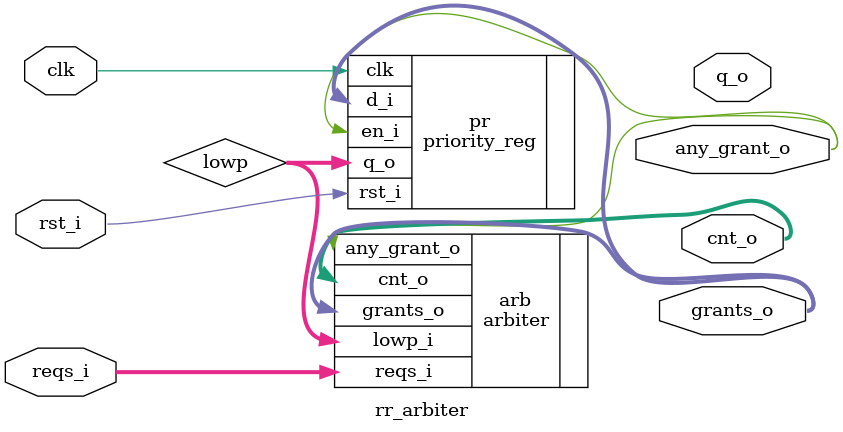
<source format=sv>
module rr_arbiter(
    input logic clk,
    input logic rst_i,
	 input logic [7:0] reqs_i,
	 
	 output logic [3:0] cnt_o,
	 output logic any_grant_o,
	 output logic [2:0] grants_o,
	 output logic [2:0] q_o
);

logic [2:0] lowp;

arbiter arb (.lowp_i (lowp), .reqs_i (reqs_i), .any_grant_o (any_grant_o), .grants_o (grants_o), .cnt_o (cnt_o));
priority_reg pr (.clk (clk), .rst_i (rst_i), .en_i (any_grant_o), .d_i (grants_o), .q_o (lowp));

endmodule

</source>
